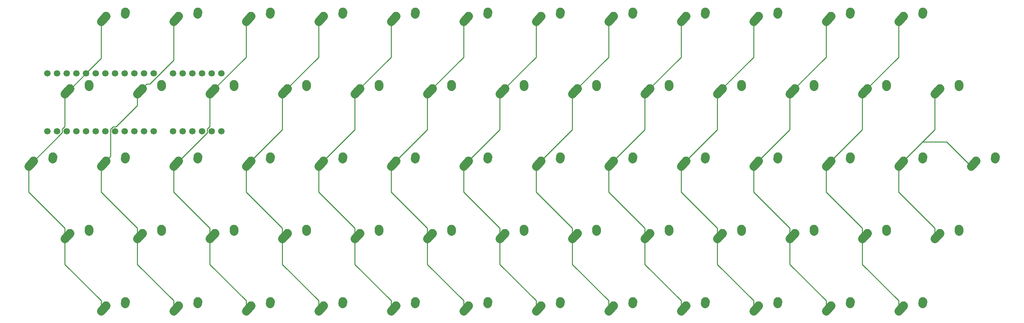
<source format=gbr>
G04 #@! TF.GenerationSoftware,KiCad,Pcbnew,(5.1.4)-1*
G04 #@! TF.CreationDate,2019-12-22T22:02:26+01:00*
G04 #@! TF.ProjectId,keyboard3,6b657962-6f61-4726-9433-2e6b69636164,rev?*
G04 #@! TF.SameCoordinates,Original*
G04 #@! TF.FileFunction,Copper,L1,Top*
G04 #@! TF.FilePolarity,Positive*
%FSLAX46Y46*%
G04 Gerber Fmt 4.6, Leading zero omitted, Abs format (unit mm)*
G04 Created by KiCad (PCBNEW (5.1.4)-1) date 2019-12-22 22:02:26*
%MOMM*%
%LPD*%
G04 APERTURE LIST*
%ADD10C,1.700000*%
%ADD11C,2.250000*%
%ADD12C,2.250000*%
%ADD13C,0.250000*%
G04 APERTURE END LIST*
D10*
X71451250Y-77921250D03*
X68911250Y-77921250D03*
X63831250Y-77921250D03*
X66371250Y-77921250D03*
X58751250Y-77921250D03*
X61291250Y-77921250D03*
X53671250Y-77921250D03*
X46051250Y-77921250D03*
X51131250Y-77921250D03*
X48591250Y-77921250D03*
X43511250Y-77921250D03*
X40971250Y-77921250D03*
X38431250Y-77921250D03*
X33351250Y-77921250D03*
X35891250Y-77921250D03*
X30811250Y-77921250D03*
X28271250Y-77921250D03*
X58751250Y-62706250D03*
X71451250Y-62706250D03*
X63831250Y-62706250D03*
X68911250Y-62706250D03*
X66371250Y-62706250D03*
X61291250Y-62706250D03*
X53671250Y-62706250D03*
X51131250Y-62706250D03*
X48591250Y-62706250D03*
X46051250Y-62706250D03*
X43511250Y-62706250D03*
X40971250Y-62706250D03*
X38431250Y-62706250D03*
X35891250Y-62706250D03*
X33351250Y-62706250D03*
X30811250Y-62706250D03*
X25731250Y-62706250D03*
X28271250Y-62706250D03*
X25731250Y-77921250D03*
D11*
X41156250Y-47593750D03*
X40501251Y-48323750D03*
D12*
X39846250Y-49053750D02*
X41156252Y-47593750D01*
D11*
X46196250Y-46513750D03*
X46176250Y-46803750D03*
D12*
X46156250Y-47093750D02*
X46196250Y-46513750D01*
D11*
X60206250Y-47593750D03*
X59551251Y-48323750D03*
D12*
X58896250Y-49053750D02*
X60206252Y-47593750D01*
D11*
X65246250Y-46513750D03*
X65226250Y-46803750D03*
D12*
X65206250Y-47093750D02*
X65246250Y-46513750D01*
D11*
X79256250Y-47593750D03*
X78601251Y-48323750D03*
D12*
X77946250Y-49053750D02*
X79256252Y-47593750D01*
D11*
X84296250Y-46513750D03*
X84276250Y-46803750D03*
D12*
X84256250Y-47093750D02*
X84296250Y-46513750D01*
D11*
X98306250Y-47593750D03*
X97651251Y-48323750D03*
D12*
X96996250Y-49053750D02*
X98306252Y-47593750D01*
D11*
X103346250Y-46513750D03*
X103326250Y-46803750D03*
D12*
X103306250Y-47093750D02*
X103346250Y-46513750D01*
D11*
X117356250Y-47593750D03*
X116701251Y-48323750D03*
D12*
X116046250Y-49053750D02*
X117356252Y-47593750D01*
D11*
X122396250Y-46513750D03*
X122376250Y-46803750D03*
D12*
X122356250Y-47093750D02*
X122396250Y-46513750D01*
D11*
X136406250Y-47593750D03*
X135751251Y-48323750D03*
D12*
X135096250Y-49053750D02*
X136406252Y-47593750D01*
D11*
X141446250Y-46513750D03*
X141426250Y-46803750D03*
D12*
X141406250Y-47093750D02*
X141446250Y-46513750D01*
D11*
X155456250Y-47593750D03*
X154801251Y-48323750D03*
D12*
X154146250Y-49053750D02*
X155456252Y-47593750D01*
D11*
X160496250Y-46513750D03*
X160476250Y-46803750D03*
D12*
X160456250Y-47093750D02*
X160496250Y-46513750D01*
D11*
X174506250Y-47593750D03*
X173851251Y-48323750D03*
D12*
X173196250Y-49053750D02*
X174506252Y-47593750D01*
D11*
X179546250Y-46513750D03*
X179526250Y-46803750D03*
D12*
X179506250Y-47093750D02*
X179546250Y-46513750D01*
D11*
X193556250Y-47593750D03*
X192901251Y-48323750D03*
D12*
X192246250Y-49053750D02*
X193556252Y-47593750D01*
D11*
X198596250Y-46513750D03*
X198576250Y-46803750D03*
D12*
X198556250Y-47093750D02*
X198596250Y-46513750D01*
D11*
X212606250Y-47593750D03*
X211951251Y-48323750D03*
D12*
X211296250Y-49053750D02*
X212606252Y-47593750D01*
D11*
X217646250Y-46513750D03*
X217626250Y-46803750D03*
D12*
X217606250Y-47093750D02*
X217646250Y-46513750D01*
D11*
X231656250Y-47593750D03*
X231001251Y-48323750D03*
D12*
X230346250Y-49053750D02*
X231656252Y-47593750D01*
D11*
X236696250Y-46513750D03*
X236676250Y-46803750D03*
D12*
X236656250Y-47093750D02*
X236696250Y-46513750D01*
D11*
X250706250Y-47593750D03*
X250051251Y-48323750D03*
D12*
X249396250Y-49053750D02*
X250706252Y-47593750D01*
D11*
X255746250Y-46513750D03*
X255726250Y-46803750D03*
D12*
X255706250Y-47093750D02*
X255746250Y-46513750D01*
D11*
X31631250Y-66643750D03*
X30976251Y-67373750D03*
D12*
X30321250Y-68103750D02*
X31631252Y-66643750D01*
D11*
X36671250Y-65563750D03*
X36651250Y-65853750D03*
D12*
X36631250Y-66143750D02*
X36671250Y-65563750D01*
D11*
X50681250Y-66643750D03*
X50026251Y-67373750D03*
D12*
X49371250Y-68103750D02*
X50681252Y-66643750D01*
D11*
X55721250Y-65563750D03*
X55701250Y-65853750D03*
D12*
X55681250Y-66143750D02*
X55721250Y-65563750D01*
D11*
X69731250Y-66643750D03*
X69076251Y-67373750D03*
D12*
X68421250Y-68103750D02*
X69731252Y-66643750D01*
D11*
X74771250Y-65563750D03*
X74751250Y-65853750D03*
D12*
X74731250Y-66143750D02*
X74771250Y-65563750D01*
D11*
X88781250Y-66643750D03*
X88126251Y-67373750D03*
D12*
X87471250Y-68103750D02*
X88781252Y-66643750D01*
D11*
X93821250Y-65563750D03*
X93801250Y-65853750D03*
D12*
X93781250Y-66143750D02*
X93821250Y-65563750D01*
D11*
X107831250Y-66643750D03*
X107176251Y-67373750D03*
D12*
X106521250Y-68103750D02*
X107831252Y-66643750D01*
D11*
X112871250Y-65563750D03*
X112851250Y-65853750D03*
D12*
X112831250Y-66143750D02*
X112871250Y-65563750D01*
D11*
X126881250Y-66643750D03*
X126226251Y-67373750D03*
D12*
X125571250Y-68103750D02*
X126881252Y-66643750D01*
D11*
X131921250Y-65563750D03*
X131901250Y-65853750D03*
D12*
X131881250Y-66143750D02*
X131921250Y-65563750D01*
D11*
X145931250Y-66643750D03*
X145276251Y-67373750D03*
D12*
X144621250Y-68103750D02*
X145931252Y-66643750D01*
D11*
X150971250Y-65563750D03*
X150951250Y-65853750D03*
D12*
X150931250Y-66143750D02*
X150971250Y-65563750D01*
D11*
X164981250Y-66643750D03*
X164326251Y-67373750D03*
D12*
X163671250Y-68103750D02*
X164981252Y-66643750D01*
D11*
X170021250Y-65563750D03*
X170001250Y-65853750D03*
D12*
X169981250Y-66143750D02*
X170021250Y-65563750D01*
D11*
X184031250Y-66643750D03*
X183376251Y-67373750D03*
D12*
X182721250Y-68103750D02*
X184031252Y-66643750D01*
D11*
X189071250Y-65563750D03*
X189051250Y-65853750D03*
D12*
X189031250Y-66143750D02*
X189071250Y-65563750D01*
D11*
X203081250Y-66643750D03*
X202426251Y-67373750D03*
D12*
X201771250Y-68103750D02*
X203081252Y-66643750D01*
D11*
X208121250Y-65563750D03*
X208101250Y-65853750D03*
D12*
X208081250Y-66143750D02*
X208121250Y-65563750D01*
D11*
X222131250Y-66643750D03*
X221476251Y-67373750D03*
D12*
X220821250Y-68103750D02*
X222131252Y-66643750D01*
D11*
X227171250Y-65563750D03*
X227151250Y-65853750D03*
D12*
X227131250Y-66143750D02*
X227171250Y-65563750D01*
D11*
X241181250Y-66643750D03*
X240526251Y-67373750D03*
D12*
X239871250Y-68103750D02*
X241181252Y-66643750D01*
D11*
X246221250Y-65563750D03*
X246201250Y-65853750D03*
D12*
X246181250Y-66143750D02*
X246221250Y-65563750D01*
D11*
X260231250Y-66643750D03*
X259576251Y-67373750D03*
D12*
X258921250Y-68103750D02*
X260231252Y-66643750D01*
D11*
X265271250Y-65563750D03*
X265251250Y-65853750D03*
D12*
X265231250Y-66143750D02*
X265271250Y-65563750D01*
D11*
X22106250Y-85693750D03*
X21451251Y-86423750D03*
D12*
X20796250Y-87153750D02*
X22106252Y-85693750D01*
D11*
X27146250Y-84613750D03*
X27126250Y-84903750D03*
D12*
X27106250Y-85193750D02*
X27146250Y-84613750D01*
D11*
X41156250Y-85693750D03*
X40501251Y-86423750D03*
D12*
X39846250Y-87153750D02*
X41156252Y-85693750D01*
D11*
X46196250Y-84613750D03*
X46176250Y-84903750D03*
D12*
X46156250Y-85193750D02*
X46196250Y-84613750D01*
D11*
X60206250Y-85693750D03*
X59551251Y-86423750D03*
D12*
X58896250Y-87153750D02*
X60206252Y-85693750D01*
D11*
X65246250Y-84613750D03*
X65226250Y-84903750D03*
D12*
X65206250Y-85193750D02*
X65246250Y-84613750D01*
D11*
X79256250Y-85693750D03*
X78601251Y-86423750D03*
D12*
X77946250Y-87153750D02*
X79256252Y-85693750D01*
D11*
X84296250Y-84613750D03*
X84276250Y-84903750D03*
D12*
X84256250Y-85193750D02*
X84296250Y-84613750D01*
D11*
X98306250Y-85693750D03*
X97651251Y-86423750D03*
D12*
X96996250Y-87153750D02*
X98306252Y-85693750D01*
D11*
X103346250Y-84613750D03*
X103326250Y-84903750D03*
D12*
X103306250Y-85193750D02*
X103346250Y-84613750D01*
D11*
X117356250Y-85693750D03*
X116701251Y-86423750D03*
D12*
X116046250Y-87153750D02*
X117356252Y-85693750D01*
D11*
X122396250Y-84613750D03*
X122376250Y-84903750D03*
D12*
X122356250Y-85193750D02*
X122396250Y-84613750D01*
D11*
X136406250Y-85693750D03*
X135751251Y-86423750D03*
D12*
X135096250Y-87153750D02*
X136406252Y-85693750D01*
D11*
X141446250Y-84613750D03*
X141426250Y-84903750D03*
D12*
X141406250Y-85193750D02*
X141446250Y-84613750D01*
D11*
X155456250Y-85693750D03*
X154801251Y-86423750D03*
D12*
X154146250Y-87153750D02*
X155456252Y-85693750D01*
D11*
X160496250Y-84613750D03*
X160476250Y-84903750D03*
D12*
X160456250Y-85193750D02*
X160496250Y-84613750D01*
D11*
X174506250Y-85693750D03*
X173851251Y-86423750D03*
D12*
X173196250Y-87153750D02*
X174506252Y-85693750D01*
D11*
X179546250Y-84613750D03*
X179526250Y-84903750D03*
D12*
X179506250Y-85193750D02*
X179546250Y-84613750D01*
D11*
X193556250Y-85693750D03*
X192901251Y-86423750D03*
D12*
X192246250Y-87153750D02*
X193556252Y-85693750D01*
D11*
X198596250Y-84613750D03*
X198576250Y-84903750D03*
D12*
X198556250Y-85193750D02*
X198596250Y-84613750D01*
D11*
X212606250Y-85693750D03*
X211951251Y-86423750D03*
D12*
X211296250Y-87153750D02*
X212606252Y-85693750D01*
D11*
X217646250Y-84613750D03*
X217626250Y-84903750D03*
D12*
X217606250Y-85193750D02*
X217646250Y-84613750D01*
D11*
X231656250Y-85693750D03*
X231001251Y-86423750D03*
D12*
X230346250Y-87153750D02*
X231656252Y-85693750D01*
D11*
X236696250Y-84613750D03*
X236676250Y-84903750D03*
D12*
X236656250Y-85193750D02*
X236696250Y-84613750D01*
D11*
X250706250Y-85693750D03*
X250051251Y-86423750D03*
D12*
X249396250Y-87153750D02*
X250706252Y-85693750D01*
D11*
X255746250Y-84613750D03*
X255726250Y-84903750D03*
D12*
X255706250Y-85193750D02*
X255746250Y-84613750D01*
D11*
X269756250Y-85693750D03*
X269101251Y-86423750D03*
D12*
X268446250Y-87153750D02*
X269756252Y-85693750D01*
D11*
X274796250Y-84613750D03*
X274776250Y-84903750D03*
D12*
X274756250Y-85193750D02*
X274796250Y-84613750D01*
D11*
X31631250Y-104743750D03*
X30976251Y-105473750D03*
D12*
X30321250Y-106203750D02*
X31631252Y-104743750D01*
D11*
X36671250Y-103663750D03*
X36651250Y-103953750D03*
D12*
X36631250Y-104243750D02*
X36671250Y-103663750D01*
D11*
X50681250Y-104743750D03*
X50026251Y-105473750D03*
D12*
X49371250Y-106203750D02*
X50681252Y-104743750D01*
D11*
X55721250Y-103663750D03*
X55701250Y-103953750D03*
D12*
X55681250Y-104243750D02*
X55721250Y-103663750D01*
D11*
X69731250Y-104743750D03*
X69076251Y-105473750D03*
D12*
X68421250Y-106203750D02*
X69731252Y-104743750D01*
D11*
X74771250Y-103663750D03*
X74751250Y-103953750D03*
D12*
X74731250Y-104243750D02*
X74771250Y-103663750D01*
D11*
X88781250Y-104743750D03*
X88126251Y-105473750D03*
D12*
X87471250Y-106203750D02*
X88781252Y-104743750D01*
D11*
X93821250Y-103663750D03*
X93801250Y-103953750D03*
D12*
X93781250Y-104243750D02*
X93821250Y-103663750D01*
D11*
X107831250Y-104743750D03*
X107176251Y-105473750D03*
D12*
X106521250Y-106203750D02*
X107831252Y-104743750D01*
D11*
X112871250Y-103663750D03*
X112851250Y-103953750D03*
D12*
X112831250Y-104243750D02*
X112871250Y-103663750D01*
D11*
X126881250Y-104743750D03*
X126226251Y-105473750D03*
D12*
X125571250Y-106203750D02*
X126881252Y-104743750D01*
D11*
X131921250Y-103663750D03*
X131901250Y-103953750D03*
D12*
X131881250Y-104243750D02*
X131921250Y-103663750D01*
D11*
X145931970Y-104743590D03*
X145276971Y-105473590D03*
D12*
X144621970Y-106203590D02*
X145931972Y-104743590D01*
D11*
X150971970Y-103663590D03*
X150951970Y-103953590D03*
D12*
X150931970Y-104243590D02*
X150971970Y-103663590D01*
D11*
X164981250Y-104743750D03*
X164326251Y-105473750D03*
D12*
X163671250Y-106203750D02*
X164981252Y-104743750D01*
D11*
X170021250Y-103663750D03*
X170001250Y-103953750D03*
D12*
X169981250Y-104243750D02*
X170021250Y-103663750D01*
D11*
X184031250Y-104743750D03*
X183376251Y-105473750D03*
D12*
X182721250Y-106203750D02*
X184031252Y-104743750D01*
D11*
X189071250Y-103663750D03*
X189051250Y-103953750D03*
D12*
X189031250Y-104243750D02*
X189071250Y-103663750D01*
D11*
X203081250Y-104743750D03*
X202426251Y-105473750D03*
D12*
X201771250Y-106203750D02*
X203081252Y-104743750D01*
D11*
X208121250Y-103663750D03*
X208101250Y-103953750D03*
D12*
X208081250Y-104243750D02*
X208121250Y-103663750D01*
D11*
X222131250Y-104743750D03*
X221476251Y-105473750D03*
D12*
X220821250Y-106203750D02*
X222131252Y-104743750D01*
D11*
X227171250Y-103663750D03*
X227151250Y-103953750D03*
D12*
X227131250Y-104243750D02*
X227171250Y-103663750D01*
D11*
X241181250Y-104743750D03*
X240526251Y-105473750D03*
D12*
X239871250Y-106203750D02*
X241181252Y-104743750D01*
D11*
X246221250Y-103663750D03*
X246201250Y-103953750D03*
D12*
X246181250Y-104243750D02*
X246221250Y-103663750D01*
D11*
X260231250Y-104743750D03*
X259576251Y-105473750D03*
D12*
X258921250Y-106203750D02*
X260231252Y-104743750D01*
D11*
X265271250Y-103663750D03*
X265251250Y-103953750D03*
D12*
X265231250Y-104243750D02*
X265271250Y-103663750D01*
D11*
X41156250Y-123793750D03*
X40501251Y-124523750D03*
D12*
X39846250Y-125253750D02*
X41156252Y-123793750D01*
D11*
X46196250Y-122713750D03*
X46176250Y-123003750D03*
D12*
X46156250Y-123293750D02*
X46196250Y-122713750D01*
D11*
X60206250Y-123793750D03*
X59551251Y-124523750D03*
D12*
X58896250Y-125253750D02*
X60206252Y-123793750D01*
D11*
X65246250Y-122713750D03*
X65226250Y-123003750D03*
D12*
X65206250Y-123293750D02*
X65246250Y-122713750D01*
D11*
X79256250Y-123793750D03*
X78601251Y-124523750D03*
D12*
X77946250Y-125253750D02*
X79256252Y-123793750D01*
D11*
X84296250Y-122713750D03*
X84276250Y-123003750D03*
D12*
X84256250Y-123293750D02*
X84296250Y-122713750D01*
D11*
X98306250Y-123793750D03*
X97651251Y-124523750D03*
D12*
X96996250Y-125253750D02*
X98306252Y-123793750D01*
D11*
X103346250Y-122713750D03*
X103326250Y-123003750D03*
D12*
X103306250Y-123293750D02*
X103346250Y-122713750D01*
D11*
X117356250Y-123793750D03*
X116701251Y-124523750D03*
D12*
X116046250Y-125253750D02*
X117356252Y-123793750D01*
D11*
X122396250Y-122713750D03*
X122376250Y-123003750D03*
D12*
X122356250Y-123293750D02*
X122396250Y-122713750D01*
D11*
X136406250Y-123793750D03*
X135751251Y-124523750D03*
D12*
X135096250Y-125253750D02*
X136406252Y-123793750D01*
D11*
X141446250Y-122713750D03*
X141426250Y-123003750D03*
D12*
X141406250Y-123293750D02*
X141446250Y-122713750D01*
D11*
X155456250Y-123793750D03*
X154801251Y-124523750D03*
D12*
X154146250Y-125253750D02*
X155456252Y-123793750D01*
D11*
X160496250Y-122713750D03*
X160476250Y-123003750D03*
D12*
X160456250Y-123293750D02*
X160496250Y-122713750D01*
D11*
X174506250Y-123793750D03*
X173851251Y-124523750D03*
D12*
X173196250Y-125253750D02*
X174506252Y-123793750D01*
D11*
X179546250Y-122713750D03*
X179526250Y-123003750D03*
D12*
X179506250Y-123293750D02*
X179546250Y-122713750D01*
D11*
X193556250Y-123793750D03*
X192901251Y-124523750D03*
D12*
X192246250Y-125253750D02*
X193556252Y-123793750D01*
D11*
X198596250Y-122713750D03*
X198576250Y-123003750D03*
D12*
X198556250Y-123293750D02*
X198596250Y-122713750D01*
D11*
X212606250Y-123793750D03*
X211951251Y-124523750D03*
D12*
X211296250Y-125253750D02*
X212606252Y-123793750D01*
D11*
X217646250Y-122713750D03*
X217626250Y-123003750D03*
D12*
X217606250Y-123293750D02*
X217646250Y-122713750D01*
D11*
X231656250Y-123793750D03*
X231001251Y-124523750D03*
D12*
X230346250Y-125253750D02*
X231656252Y-123793750D01*
D11*
X236696250Y-122713750D03*
X236676250Y-123003750D03*
D12*
X236656250Y-123293750D02*
X236696250Y-122713750D01*
D11*
X250706250Y-123793750D03*
X250051251Y-124523750D03*
D12*
X249396250Y-125253750D02*
X250706252Y-123793750D01*
D11*
X255746250Y-122713750D03*
X255726250Y-123003750D03*
D12*
X255706250Y-123293750D02*
X255746250Y-122713750D01*
D13*
X30321250Y-67953750D02*
X30321250Y-68103750D01*
X30321250Y-103433750D02*
X30321250Y-106203750D01*
X30321250Y-106203750D02*
X30321250Y-112958750D01*
X30321250Y-112958750D02*
X39846250Y-122483750D01*
X20796250Y-93908750D02*
X30321250Y-103433750D01*
X39846250Y-122483750D02*
X39846250Y-125253750D01*
X20796250Y-87003750D02*
X20796250Y-87153750D01*
X20796250Y-87153750D02*
X20796250Y-93908750D01*
X29636249Y-78313751D02*
X20796250Y-87153750D01*
X29636249Y-77357249D02*
X29636249Y-78313751D01*
X30321250Y-76672248D02*
X29636249Y-77357249D01*
X30321250Y-68103750D02*
X30321250Y-76672248D01*
X39846250Y-58751250D02*
X35891250Y-62706250D01*
X39846250Y-58203750D02*
X39846250Y-58751250D01*
X39846250Y-58203750D02*
X39846250Y-58428750D01*
X39846250Y-49053750D02*
X39846250Y-58203750D01*
X31953750Y-66643750D02*
X31631250Y-66643750D01*
X35891250Y-62706250D02*
X31953750Y-66643750D01*
X49371250Y-103433750D02*
X49371250Y-106203750D01*
X39846250Y-87153750D02*
X39846250Y-93908750D01*
X39846250Y-93908750D02*
X49371250Y-103433750D01*
X39846250Y-87003750D02*
X39846250Y-87153750D01*
X49371250Y-106203750D02*
X49371250Y-112958750D01*
X58896250Y-122483750D02*
X58896250Y-125253750D01*
X49371250Y-112958750D02*
X58896250Y-122483750D01*
X49371250Y-67953750D02*
X49371250Y-68103750D01*
X51806249Y-65518751D02*
X50681250Y-66643750D01*
X52597751Y-65518751D02*
X51806249Y-65518751D01*
X58896250Y-59220252D02*
X52597751Y-65518751D01*
X58896250Y-49053750D02*
X58896250Y-59220252D01*
X40971250Y-86028750D02*
X39846250Y-87153750D01*
X42281249Y-84568751D02*
X41156250Y-85693750D01*
X42281249Y-77412249D02*
X42281249Y-84568751D01*
X42947249Y-76746249D02*
X42281249Y-77412249D01*
X43774753Y-76746249D02*
X42947249Y-76746249D01*
X49371250Y-71149752D02*
X43774753Y-76746249D01*
X49371250Y-68103750D02*
X49371250Y-71149752D01*
X58896250Y-93908750D02*
X68421250Y-103433750D01*
X58896250Y-87153750D02*
X58896250Y-93908750D01*
X77946250Y-122483750D02*
X77946250Y-125253750D01*
X68421250Y-103433750D02*
X68421250Y-106203750D01*
X68421250Y-112958750D02*
X77946250Y-122483750D01*
X58896250Y-87003750D02*
X58896250Y-87153750D01*
X68421250Y-67953750D02*
X68421250Y-68103750D01*
X68421250Y-106203750D02*
X68421250Y-112958750D01*
X58896250Y-87153750D02*
X67786250Y-78263750D01*
X67736249Y-77357249D02*
X67736249Y-78263750D01*
X68421250Y-68103750D02*
X68421250Y-76672248D01*
X68421250Y-76672248D02*
X67736249Y-77357249D01*
X77946250Y-49053750D02*
X77946250Y-58428750D01*
X77946250Y-58428750D02*
X68421250Y-67953750D01*
X68421250Y-67953750D02*
X68421250Y-68103750D01*
X96996250Y-58428750D02*
X87471250Y-67953750D01*
X87471250Y-67953750D02*
X87471250Y-68103750D01*
X96996250Y-49053750D02*
X96996250Y-58428750D01*
X87471250Y-112958750D02*
X96996250Y-122483750D01*
X87471250Y-106203750D02*
X87471250Y-112958750D01*
X77946250Y-87003750D02*
X77946250Y-87153750D01*
X96996250Y-122483750D02*
X96996250Y-125253750D01*
X87471250Y-77478750D02*
X77946250Y-87003750D01*
X77946250Y-87153750D02*
X77946250Y-93908750D01*
X87471250Y-68103750D02*
X87471250Y-77478750D01*
X77946250Y-93908750D02*
X87471250Y-103433750D01*
X87471250Y-103433750D02*
X87471250Y-106203750D01*
X106521250Y-112958750D02*
X116046250Y-122483750D01*
X96996250Y-87153750D02*
X96996250Y-93908750D01*
X116046250Y-58428750D02*
X106521250Y-67953750D01*
X116046250Y-49053750D02*
X116046250Y-58428750D01*
X106521250Y-106203750D02*
X106521250Y-112958750D01*
X96996250Y-87003750D02*
X96996250Y-87153750D01*
X116046250Y-122483750D02*
X116046250Y-125253750D01*
X106521250Y-77478750D02*
X96996250Y-87003750D01*
X106521250Y-67953750D02*
X106521250Y-68103750D01*
X106521250Y-103433750D02*
X106521250Y-106203750D01*
X106521250Y-68103750D02*
X106521250Y-77478750D01*
X96996250Y-93908750D02*
X106521250Y-103433750D01*
X125571250Y-106203750D02*
X125571250Y-112958750D01*
X125571250Y-112958750D02*
X135096250Y-122483750D01*
X116046250Y-87003750D02*
X116046250Y-87153750D01*
X116046250Y-87153750D02*
X116046250Y-93908750D01*
X125571250Y-77478750D02*
X116046250Y-87003750D01*
X135096250Y-122483750D02*
X135096250Y-125253750D01*
X125571250Y-67953750D02*
X125571250Y-68103750D01*
X135096250Y-58428750D02*
X125571250Y-67953750D01*
X135096250Y-49053750D02*
X135096250Y-58428750D01*
X116046250Y-93908750D02*
X125571250Y-103433750D01*
X125571250Y-103433750D02*
X125571250Y-106203750D01*
X125571250Y-68103750D02*
X125571250Y-77478750D01*
X154146250Y-58428750D02*
X144621250Y-67953750D01*
X144621250Y-77478750D02*
X135096250Y-87003750D01*
X135096250Y-93908750D02*
X144621250Y-103433750D01*
X135096250Y-87003750D02*
X135096250Y-87153750D01*
X144621250Y-103433750D02*
X144621250Y-106203750D01*
X144621250Y-112958750D02*
X154146250Y-122483750D01*
X135096250Y-87153750D02*
X135096250Y-93908750D01*
X144621250Y-106203750D02*
X144621250Y-112958750D01*
X154146250Y-122483750D02*
X154146250Y-125253750D01*
X144621250Y-68103750D02*
X144621250Y-77478750D01*
X154146250Y-49053750D02*
X154146250Y-58428750D01*
X144621250Y-67953750D02*
X144621250Y-68103750D01*
X154146250Y-87003750D02*
X154146250Y-87153750D01*
X163671250Y-106203750D02*
X163671250Y-112958750D01*
X163671250Y-68103750D02*
X163671250Y-77478750D01*
X173196250Y-122483750D02*
X173196250Y-125253750D01*
X173196250Y-58428750D02*
X163671250Y-67953750D01*
X154146250Y-93908750D02*
X163671250Y-103433750D01*
X154146250Y-87153750D02*
X154146250Y-93908750D01*
X163671250Y-103433750D02*
X163671250Y-106203750D01*
X173196250Y-49053750D02*
X173196250Y-58428750D01*
X163671250Y-67953750D02*
X163671250Y-68103750D01*
X163671250Y-112958750D02*
X173196250Y-122483750D01*
X163671250Y-77478750D02*
X154146250Y-87003750D01*
X192246250Y-122483750D02*
X192246250Y-125253750D01*
X192246250Y-49053750D02*
X192246250Y-58428750D01*
X173196250Y-87003750D02*
X173196250Y-87153750D01*
X192246250Y-58428750D02*
X182721250Y-67953750D01*
X182721250Y-67953750D02*
X182721250Y-68103750D01*
X182721250Y-112958750D02*
X192246250Y-122483750D01*
X182721250Y-103433750D02*
X182721250Y-106203750D01*
X182721250Y-77478750D02*
X173196250Y-87003750D01*
X182721250Y-106203750D02*
X182721250Y-112958750D01*
X173196250Y-93908750D02*
X182721250Y-103433750D01*
X173196250Y-87153750D02*
X173196250Y-93908750D01*
X182721250Y-68103750D02*
X182721250Y-77478750D01*
X211296250Y-58428750D02*
X201771250Y-67953750D01*
X211296250Y-49053750D02*
X211296250Y-58428750D01*
X192246250Y-87153750D02*
X192246250Y-93908750D01*
X201771250Y-112958750D02*
X211296250Y-122483750D01*
X211296250Y-122483750D02*
X211296250Y-125253750D01*
X192246250Y-87003750D02*
X192246250Y-87153750D01*
X201771250Y-103433750D02*
X201771250Y-106203750D01*
X201771250Y-67953750D02*
X201771250Y-68103750D01*
X192246250Y-93908750D02*
X201771250Y-103433750D01*
X201771250Y-106203750D02*
X201771250Y-112958750D01*
X201771250Y-77478750D02*
X192246250Y-87003750D01*
X201771250Y-68103750D02*
X201771250Y-77478750D01*
X220821250Y-103433750D02*
X220821250Y-106203750D01*
X211296250Y-93908750D02*
X220821250Y-103433750D01*
X230346250Y-58428750D02*
X220821250Y-67953750D01*
X230346250Y-49053750D02*
X230346250Y-58428750D01*
X220821250Y-67953750D02*
X220821250Y-68103750D01*
X211296250Y-87153750D02*
X211296250Y-93908750D01*
X220821250Y-112958750D02*
X230346250Y-122483750D01*
X230346250Y-122483750D02*
X230346250Y-125253750D01*
X211296250Y-87003750D02*
X211296250Y-87153750D01*
X220821250Y-77478750D02*
X211296250Y-87003750D01*
X220821250Y-106203750D02*
X220821250Y-112958750D01*
X220821250Y-68103750D02*
X220821250Y-77478750D01*
X239871250Y-67953750D02*
X239871250Y-68103750D01*
X249396250Y-58428750D02*
X239871250Y-67953750D01*
X249396250Y-49053750D02*
X249396250Y-58428750D01*
X230346250Y-87003750D02*
X230346250Y-87153750D01*
X239871250Y-68103750D02*
X239871250Y-77478750D01*
X239871250Y-77478750D02*
X230346250Y-87003750D01*
X239871250Y-103433750D02*
X239871250Y-106203750D01*
X230346250Y-87153750D02*
X230346250Y-93908750D01*
X230346250Y-93908750D02*
X239871250Y-103433750D01*
X249396250Y-122483750D02*
X249396250Y-125253750D01*
X239871250Y-112958750D02*
X249396250Y-122483750D01*
X239871250Y-106203750D02*
X239871250Y-112958750D01*
X258921250Y-103433750D02*
X258921250Y-106203750D01*
X249396250Y-87153750D02*
X249396250Y-93908750D01*
X249396250Y-93908750D02*
X258921250Y-103433750D01*
X258921250Y-68103750D02*
X258921250Y-77478750D01*
X249396250Y-87003750D02*
X249396250Y-87153750D01*
X262021250Y-80728750D02*
X268446250Y-87153750D01*
X255671250Y-80728750D02*
X262021250Y-80728750D01*
X255671250Y-80728750D02*
X249396250Y-87003750D01*
X258921250Y-77478750D02*
X255671250Y-80728750D01*
M02*

</source>
